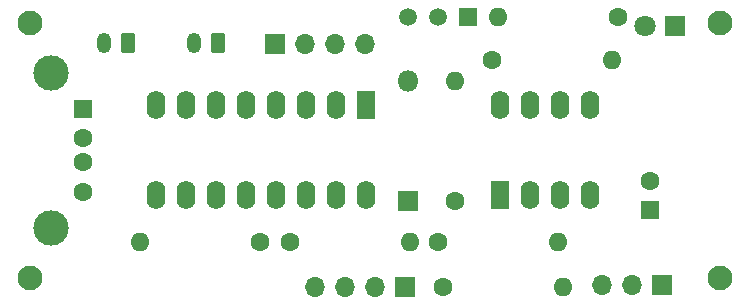
<source format=gbs>
G04 #@! TF.GenerationSoftware,KiCad,Pcbnew,(7.0.0)*
G04 #@! TF.CreationDate,2023-06-02T20:53:43-06:00*
G04 #@! TF.ProjectId,WatchDogV4-CAP,57617463-6844-46f6-9756-342d4341502e,rev?*
G04 #@! TF.SameCoordinates,Original*
G04 #@! TF.FileFunction,Soldermask,Bot*
G04 #@! TF.FilePolarity,Negative*
%FSLAX46Y46*%
G04 Gerber Fmt 4.6, Leading zero omitted, Abs format (unit mm)*
G04 Created by KiCad (PCBNEW (7.0.0)) date 2023-06-02 20:53:43*
%MOMM*%
%LPD*%
G01*
G04 APERTURE LIST*
G04 Aperture macros list*
%AMRoundRect*
0 Rectangle with rounded corners*
0 $1 Rounding radius*
0 $2 $3 $4 $5 $6 $7 $8 $9 X,Y pos of 4 corners*
0 Add a 4 corners polygon primitive as box body*
4,1,4,$2,$3,$4,$5,$6,$7,$8,$9,$2,$3,0*
0 Add four circle primitives for the rounded corners*
1,1,$1+$1,$2,$3*
1,1,$1+$1,$4,$5*
1,1,$1+$1,$6,$7*
1,1,$1+$1,$8,$9*
0 Add four rect primitives between the rounded corners*
20,1,$1+$1,$2,$3,$4,$5,0*
20,1,$1+$1,$4,$5,$6,$7,0*
20,1,$1+$1,$6,$7,$8,$9,0*
20,1,$1+$1,$8,$9,$2,$3,0*%
G04 Aperture macros list end*
%ADD10R,1.700000X1.700000*%
%ADD11O,1.700000X1.700000*%
%ADD12C,2.100000*%
%ADD13R,1.500000X1.500000*%
%ADD14C,1.500000*%
%ADD15C,1.600000*%
%ADD16O,1.600000X1.600000*%
%ADD17R,1.600000X1.600000*%
%ADD18R,1.800000X1.800000*%
%ADD19C,1.800000*%
%ADD20O,1.800000X1.800000*%
%ADD21R,1.500000X1.600000*%
%ADD22C,3.000000*%
%ADD23R,1.600000X2.400000*%
%ADD24O,1.600000X2.400000*%
%ADD25RoundRect,0.250000X0.350000X0.625000X-0.350000X0.625000X-0.350000X-0.625000X0.350000X-0.625000X0*%
%ADD26O,1.200000X1.750000*%
G04 APERTURE END LIST*
D10*
X87629999Y-44322999D03*
D11*
X90169999Y-44322999D03*
X92709999Y-44322999D03*
X95249999Y-44322999D03*
D12*
X125349000Y-64135000D03*
D13*
X104012999Y-42036999D03*
D14*
X101473000Y-42037000D03*
X98933000Y-42037000D03*
D15*
X86360000Y-61087000D03*
D16*
X76199999Y-61086999D03*
D10*
X120380999Y-64769999D03*
D11*
X117840999Y-64769999D03*
X115300999Y-64769999D03*
D17*
X119379999Y-58419999D03*
D15*
X119380000Y-55920000D03*
D12*
X66929000Y-42545000D03*
X125349000Y-42545000D03*
D15*
X116713000Y-42037000D03*
D16*
X106552999Y-42036999D03*
D15*
X101854000Y-64897000D03*
D16*
X112013999Y-64896999D03*
D18*
X121543999Y-42798999D03*
D19*
X119004000Y-42799000D03*
D12*
X66929000Y-64135000D03*
D18*
X98932999Y-57657999D03*
D20*
X98932999Y-47497999D03*
D15*
X101473000Y-61087000D03*
D16*
X111632999Y-61086999D03*
D15*
X88900000Y-61087000D03*
D16*
X99059999Y-61086999D03*
D21*
X71399999Y-49839999D03*
D15*
X71400000Y-52340000D03*
X71400000Y-54340000D03*
X71400000Y-56840000D03*
D22*
X68690000Y-46770000D03*
X68690000Y-59910000D03*
D23*
X95376999Y-49529999D03*
D24*
X92836999Y-49529999D03*
X90296999Y-49529999D03*
X87756999Y-49529999D03*
X85216999Y-49529999D03*
X82676999Y-49529999D03*
X80136999Y-49529999D03*
X77596999Y-49529999D03*
X77596999Y-57149999D03*
X80136999Y-57149999D03*
X82676999Y-57149999D03*
X85216999Y-57149999D03*
X87756999Y-57149999D03*
X90296999Y-57149999D03*
X92836999Y-57149999D03*
X95376999Y-57149999D03*
D15*
X106045000Y-45720000D03*
D16*
X116204999Y-45719999D03*
D15*
X102870000Y-57658000D03*
D16*
X102869999Y-47497999D03*
D25*
X75168000Y-44233000D03*
D26*
X73167999Y-44232999D03*
D10*
X98678999Y-64896999D03*
D11*
X96138999Y-64896999D03*
X93598999Y-64896999D03*
X91058999Y-64896999D03*
D23*
X106689999Y-57164999D03*
D24*
X109229999Y-57164999D03*
X111769999Y-57164999D03*
X114309999Y-57164999D03*
X114309999Y-49544999D03*
X111769999Y-49544999D03*
X109229999Y-49544999D03*
X106689999Y-49544999D03*
D25*
X82804000Y-44233000D03*
D26*
X80803999Y-44232999D03*
M02*

</source>
